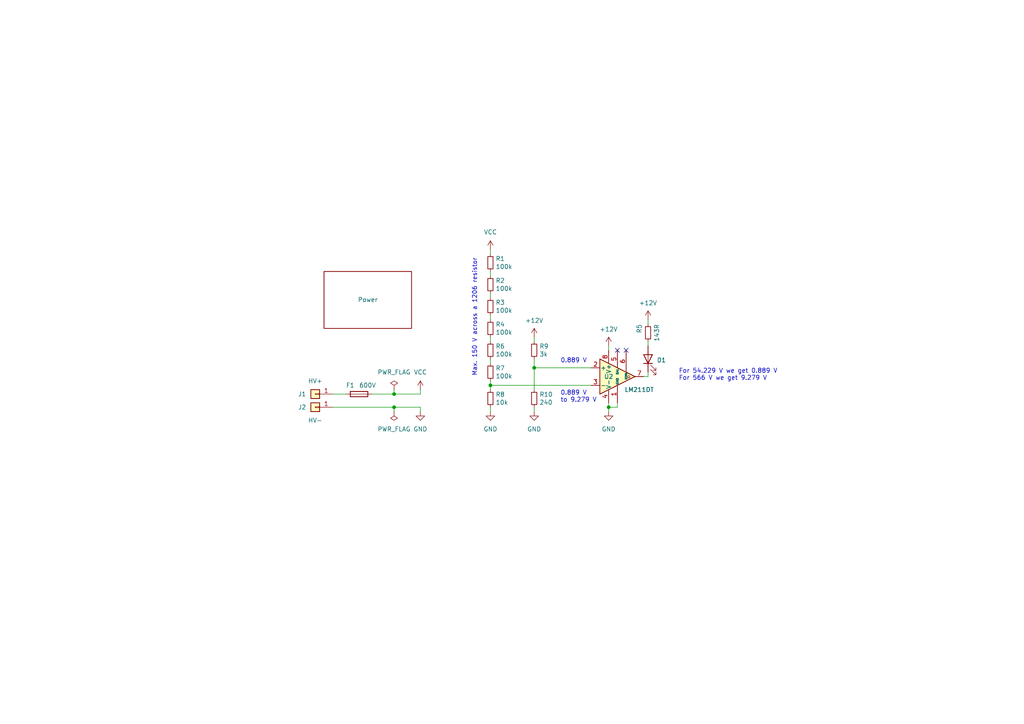
<source format=kicad_sch>
(kicad_sch (version 20230121) (generator eeschema)
  (paper "A4")
  (title_block (title "Voltage Indicator") (date "2023-03-25"))
  (lib_symbols
    (symbol "Comparator:LM311" (pin_names (offset 0.127))
      (property "Reference" "U" (at 3.81 6.35 0))
      (property "Value" "LM311" (at 3.81 3.81 0))
      (symbol "LM311_0_1"
        (polyline (pts (xy 5.08 0) (xy -5.08 5.08) (xy -5.08 -5.08) (xy 5.08 0)) (stroke (width 0.254)) (fill (type background)))
        (polyline (pts (xy 3.683 -0.381) (xy 3.302 -0.381) (xy 3.683 0) (xy 3.302 0.381) (xy 2.921 0) (xy 3.302 -0.381) (xy 2.921 -0.381)) (stroke (width 0.127)))
      )
      (symbol "LM311_1_1"
        (pin passive line (at 0 -7.62 90) (length 5.08) (name "GND") (number "1"))
        (pin input line (at -7.62 2.54 0) (length 2.54) (name "+") (number "2"))
        (pin input line (at -7.62 -2.54 0) (length 2.54) (name "-") (number "3"))
        (pin power_in line (at -2.54 -7.62 90) (length 3.81) (name "V-") (number "4"))
        (pin input line (at 0 7.62 270) (length 5.08) (name "BAL") (number "5"))
        (pin input line (at 2.54 7.62 270) (length 6.35) (name "STRB") (number "6"))
        (pin open_collector line (at 7.62 0 180) (length 2.54) (name "~") (number "7"))
        (pin power_in line (at -2.54 7.62 270) (length 3.81) (name "V+") (number "8"))
      )
    )
    (symbol "Connector_Generic:Conn_01x01" (pin_names (offset 1.016) hide)
      (property "Reference" "J" (at 0 2.54 0))
      (property "Value" "Conn_01x01" (at 0 -2.54 0))
      (symbol "Conn_01x01_1_1"
        (rectangle (start -1.27 0.127) (end 0 -0.127) (stroke (width 0.1524)))
        (rectangle (start -1.27 1.27) (end 1.27 -1.27) (stroke (width 0.254)) (fill (type background)))
        (pin passive line (at -5.08 0 0) (length 3.81) (name "Pin_1") (number "1"))
      )
    )
    (symbol "Device:Fuse" (pin_numbers hide) (pin_names (offset 0))
      (property "Reference" "F" (at 2.032 0 90))
      (property "Value" "Fuse" (at -1.905 0 90))
      (symbol "Fuse_0_1"
        (rectangle (start -0.762 -2.54) (end 0.762 2.54) (stroke (width 0.254)))
        (polyline (pts (xy 0 2.54) (xy 0 -2.54)))
      )
      (symbol "Fuse_1_1"
        (pin passive line (at 0 3.81 270) (length 1.27) (name "~") (number "1"))
        (pin passive line (at 0 -3.81 90) (length 1.27) (name "~") (number "2"))
      )
    )
    (symbol "Device:LED" (pin_numbers hide) (pin_names (offset 1.016) hide)
      (property "Reference" "D" (at 0 2.54 0))
      (property "Value" "LED" (at 0 -2.54 0))
      (symbol "LED_0_1"
        (polyline (pts (xy -1.27 -1.27) (xy -1.27 1.27)) (stroke (width 0.254)))
        (polyline (pts (xy -1.27 0) (xy 1.27 0)))
        (polyline (pts (xy 1.27 -1.27) (xy 1.27 1.27) (xy -1.27 0) (xy 1.27 -1.27)) (stroke (width 0.254)))
        (polyline (pts (xy -3.048 -0.762) (xy -4.572 -2.286) (xy -3.81 -2.286) (xy -4.572 -2.286) (xy -4.572 -1.524)))
        (polyline (pts (xy -1.778 -0.762) (xy -3.302 -2.286) (xy -2.54 -2.286) (xy -3.302 -2.286) (xy -3.302 -1.524)))
      )
      (symbol "LED_1_1"
        (pin passive line (at -3.81 0 0) (length 2.54) (name "K") (number "1"))
        (pin passive line (at 3.81 0 180) (length 2.54) (name "A") (number "2"))
      )
    )
    (symbol "Device:R_Small" (pin_numbers hide) (pin_names (offset 0.254) hide)
      (property "Reference" "R" (at 0.762 0.508 0))
      (property "Value" "R_Small" (at 0.762 -1.016 0))
      (symbol "R_Small_0_1"
        (rectangle (start -0.762 1.778) (end 0.762 -1.778) (stroke (width 0.2032)))
      )
      (symbol "R_Small_1_1"
        (pin passive line (at 0 2.54 270) (length 0.762) (name "~") (number "1"))
        (pin passive line (at 0 -2.54 90) (length 0.762) (name "~") (number "2"))
      )
    )
    (symbol "power:+12V" (power) (pin_names (offset 0))
      (property "Value" "+12V" (at 0 3.556 0))
      (symbol "+12V_0_1"
        (polyline (pts (xy -0.762 1.27) (xy 0 2.54)))
        (polyline (pts (xy 0 0) (xy 0 2.54)))
        (polyline (pts (xy 0 2.54) (xy 0.762 1.27)))
      )
      (symbol "+12V_1_1"
        (pin power_in line (at 0 0 90) (length 0) hide (name "+12V") (number "1"))
      )
    )
    (symbol "power:GND" (power) (pin_names (offset 0))
      (property "Value" "GND" (at 0 -3.81 0))
      (symbol "GND_0_1"
        (polyline (pts (xy 0 0) (xy 0 -1.27) (xy 1.27 -1.27) (xy 0 -2.54) (xy -1.27 -1.27) (xy 0 -1.27)))
      )
      (symbol "GND_1_1"
        (pin power_in line (at 0 0 270) (length 0) hide (name "GND") (number "1"))
      )
    )
    (symbol "power:PWR_FLAG" (power) (pin_numbers hide) (pin_names (offset 0) hide)
      (property "Value" "PWR_FLAG" (at 0 3.81 0))
      (symbol "PWR_FLAG_0_0"
        (pin power_out line (at 0 0 90) (length 0) (name "pwr") (number "1"))
      )
      (symbol "PWR_FLAG_0_1"
        (polyline (pts (xy 0 0) (xy 0 1.27) (xy -1.016 1.905) (xy 0 2.54) (xy 1.016 1.905) (xy 0 1.27)))
      )
    )
    (symbol "power:VCC" (power) (pin_names (offset 0))
      (property "Value" "VCC" (at 0 3.81 0))
      (symbol "VCC_0_1"
        (polyline (pts (xy -0.762 1.27) (xy 0 2.54)))
        (polyline (pts (xy 0 0) (xy 0 2.54)))
        (polyline (pts (xy 0 2.54) (xy 0.762 1.27)))
      )
      (symbol "VCC_1_1"
        (pin power_in line (at 0 0 90) (length 0) hide (name "VCC") (number "1"))
      )
    )
  )
  (junction (at 154.94 106.68))
  (junction (at 114.3 114.3))
  (junction (at 176.53 118.11))
  (junction (at 114.3 118.11))
  (junction (at 142.24 111.76))
  (no_connect (at 179.07 101.6))
  (no_connect (at 181.61 101.6))
  (wire (pts (xy 96.52 118.11) (xy 114.3 118.11)))
  (wire (pts (xy 121.92 118.11) (xy 114.3 118.11)))
  (wire (pts (xy 121.92 118.11) (xy 121.92 119.38)))
  (wire (pts (xy 187.96 99.06) (xy 187.96 100.33)))
  (wire (pts (xy 142.24 85.09) (xy 142.24 86.36)))
  (wire (pts (xy 179.07 118.11) (xy 176.53 118.11)))
  (wire (pts (xy 176.53 116.84) (xy 176.53 118.11)))
  (wire (pts (xy 142.24 72.39) (xy 142.24 73.66)))
  (wire (pts (xy 154.94 104.14) (xy 154.94 106.68)))
  (wire (pts (xy 142.24 110.49) (xy 142.24 111.76)))
  (wire (pts (xy 142.24 91.44) (xy 142.24 92.71)))
  (wire (pts (xy 121.92 113.03) (xy 121.92 114.3)))
  (wire (pts (xy 107.95 114.3) (xy 114.3 114.3)))
  (wire (pts (xy 114.3 119.38) (xy 114.3 118.11)))
  (wire (pts (xy 186.69 109.22) (xy 187.96 109.22)))
  (wire (pts (xy 187.96 107.95) (xy 187.96 109.22)))
  (wire (pts (xy 142.24 118.11) (xy 142.24 119.38)))
  (wire (pts (xy 154.94 106.68) (xy 154.94 113.03)))
  (wire (pts (xy 154.94 118.11) (xy 154.94 119.38)))
  (wire (pts (xy 176.53 100.33) (xy 176.53 101.6)))
  (wire (pts (xy 142.24 111.76) (xy 171.45 111.76)))
  (wire (pts (xy 100.33 114.3) (xy 96.52 114.3)))
  (wire (pts (xy 176.53 118.11) (xy 176.53 119.38)))
  (wire (pts (xy 154.94 97.79) (xy 154.94 99.06)))
  (wire (pts (xy 142.24 78.74) (xy 142.24 80.01)))
  (wire (pts (xy 142.24 97.79) (xy 142.24 99.06)))
  (wire (pts (xy 187.96 92.71) (xy 187.96 93.98)))
  (wire (pts (xy 142.24 111.76) (xy 142.24 113.03)))
  (wire (pts (xy 114.3 113.03) (xy 114.3 114.3)))
  (wire (pts (xy 179.07 116.84) (xy 179.07 118.11)))
  (wire (pts (xy 121.92 114.3) (xy 114.3 114.3)))
  (wire (pts (xy 142.24 104.14) (xy 142.24 105.41)))
  (wire (pts (xy 154.94 106.68) (xy 171.45 106.68)))
  (text "For 54.229 V we get 0.889 V\nFor 566 V we get 9.279 V" (at 196.85 110.49 0) (effects (font (size 1.27 1.27)) (justify left bottom)))
  (text "0.889 V\n" (at 162.56 105.41 0) (effects (font (size 1.27 1.27)) (justify left bottom)))
  (text "Max. 150 V across a 1206 resistor" (at 138.43 109.22 90) (effects (font (size 1.27 1.27)) (justify left bottom)))
  (text "0.889 V\nto 9.279 V\n" (at 162.56 116.84 0) (effects (font (size 1.27 1.27)) (justify left bottom)))
  (symbol (lib_id "Device:R_Small") (at 142.24 115.57 180) (unit 1)
    (property "Reference" "R8" (at 143.7386 114.4016 0) (effects (justify right)))
    (property "Value" "10k" (at 143.7386 116.713 0) (effects (justify right)))
    (property "Footprint" "Resistor_SMD:R_1206_3216Metric" (effects hide))
  )
  (symbol (lib_id "Device:R_Small") (at 142.24 88.9 180) (unit 1)
    (property "Reference" "R3" (at 143.7386 87.7316 0) (effects (justify right)))
    (property "Value" "100k" (at 143.7386 90.043 0) (effects (justify right)))
    (property "Footprint" "Resistor_SMD:R_1206_3216Metric" (effects hide))
  )
  (symbol (lib_id "power:GND") (at 121.92 119.38 0) (mirror y) (unit 1)
    (property "Reference" "#PWR06" (effects hide))
    (property "Value" "GND" (at 121.92 124.46 0))
  )
  (symbol (lib_id "Device:Fuse") (at 104.14 114.3 270) (mirror x) (unit 1)
    (property "Reference" "F1" (at 100.3301 111.76 90) (effects (justify left)))
    (property "Value" "600V" (at 104.1401 111.76 90) (effects (justify left)))
    (property "Footprint" "vindicator:01020071Z-FUSE-CLIP" (effects hide))
    (property "Datasheet" "https://www.mouser.pl/datasheet/2/240/Littelfuse_Fuse_Clip_102_122_Datasheet.pdf-474311.pdf" (effects hide))
  )
  (symbol (lib_id "power:PWR_FLAG") (at 114.3 113.03 0) (unit 1)
    (property "Reference" "#FLG01" (effects hide))
    (property "Value" "PWR_FLAG" (at 114.3 107.95 0))
  )
  (symbol (lib_id "power:GND") (at 154.94 119.38 0) (unit 1)
    (property "Reference" "#PWR08" (effects hide))
    (property "Value" "GND" (at 154.94 124.46 0))
  )
  (symbol (lib_id "Device:R_Small") (at 154.94 115.57 180) (unit 1)
    (property "Reference" "R10" (at 156.4386 114.4016 0) (effects (justify right)))
    (property "Value" "240" (at 156.4386 116.713 0) (effects (justify right)))
    (property "Footprint" "Resistor_SMD:R_0603_1608Metric" (effects hide))
  )
  (symbol (lib_id "Device:R_Small") (at 142.24 82.55 180) (unit 1)
    (property "Reference" "R2" (at 143.7386 81.3816 0) (effects (justify right)))
    (property "Value" "100k" (at 143.7386 83.693 0) (effects (justify right)))
    (property "Footprint" "Resistor_SMD:R_1206_3216Metric" (effects hide))
  )
  (symbol (lib_id "Device:R_Small") (at 154.94 101.6 180) (unit 1)
    (property "Reference" "R9" (at 156.4386 100.4316 0) (effects (justify right)))
    (property "Value" "3k" (at 156.4386 102.743 0) (effects (justify right)))
    (property "Footprint" "Resistor_SMD:R_0603_1608Metric" (effects hide))
  )
  (symbol (lib_id "power:VCC") (at 142.24 72.39 0) (unit 1)
    (property "Reference" "#PWR0102" (effects hide))
    (property "Value" "VCC" (at 142.24 67.31 0))
  )
  (symbol (lib_id "power:GND") (at 176.53 119.38 0) (unit 1)
    (property "Reference" "#PWR09" (effects hide))
    (property "Value" "GND" (at 176.53 124.46 0))
  )
  (symbol (lib_id "power:+12V") (at 154.94 97.79 0) (unit 1)
    (property "Reference" "#PWR03" (effects hide))
    (property "Value" "+12V" (at 154.94 92.964 0))
  )
  (symbol (lib_id "Device:R_Small") (at 187.96 96.52 0) (unit 1)
    (property "Reference" "R5" (at 185.42 93.98 90) (effects (justify right)))
    (property "Value" "143R" (at 190.5 93.98 90) (effects (justify right)))
    (property "Footprint" "Resistor_SMD:R_0603_1608Metric" (effects hide))
  )
  (symbol (lib_id "Device:LED") (at 187.96 104.14 90) (unit 1)
    (property "Reference" "D1" (at 190.5 104.4574 90) (effects (justify right)))
    (property "Value" "Red" (effects hide))
    (property "Footprint" "LED_THT:LED_D5.0mm" (effects hide))
    (property "Datasheet" "https://www.tme.eu/Document/28494d87060816d09613608d467044ae/TLHx520x-DTE.pdf" (effects hide))
  )
  (symbol (lib_id "Device:R_Small") (at 142.24 76.2 180) (unit 1)
    (property "Reference" "R1" (at 143.7386 75.0316 0) (effects (justify right)))
    (property "Value" "100k" (at 143.7386 77.343 0) (effects (justify right)))
    (property "Footprint" "Resistor_SMD:R_1206_3216Metric" (effects hide))
  )
  (symbol (lib_id "power:+12V") (at 176.53 100.33 0) (unit 1)
    (property "Reference" "#PWR04" (effects hide))
    (property "Value" "+12V" (at 176.53 95.504 0))
  )
  (symbol (lib_id "Comparator:LM311") (at 179.07 109.22 0) (unit 1)
    (property "Reference" "U2" (at 176.53 109.22 0))
    (property "Value" "LM211DT" (at 185.42 113.03 0))
    (property "Footprint" "Package_SO:SO-8_3.9x4.9mm_P1.27mm" (effects hide))
    (property "Datasheet" "https://www.st.com/resource/en/datasheet/lm311.pdf" (effects hide))
    (property "Description" "STMicroelectronics LM211DT Comparator, TTL O/P, 200ns 5 V 8-Pin SOIC" (effects hide))
    (property "Height" "1.75" (effects hide))
    (property "Mouser Part Number" "511-LM211DT" (effects hide))
    (property "Mouser Price/Stock" "https://www.mouser.co.uk/ProductDetail/STMicroelectronics/LM211DT?qs=2xk3SHepj8WFV%2F9C0Djvjw%3D%3D" (effects hide))
    (property "Manufacturer_Name" "STMicroelectronics" (effects hide))
    (property "Manufacturer_Part_Number" "LM211DT" (effects hide))
  )
  (symbol (lib_id "power:GND") (at 142.24 119.38 0) (unit 1)
    (property "Reference" "#PWR07" (effects hide))
    (property "Value" "GND" (at 142.24 124.46 0))
  )
  (symbol (lib_id "Device:R_Small") (at 142.24 95.25 180) (unit 1)
    (property "Reference" "R4" (at 143.7386 94.0816 0) (effects (justify right)))
    (property "Value" "100k" (at 143.7386 96.393 0) (effects (justify right)))
    (property "Footprint" "Resistor_SMD:R_1206_3216Metric" (effects hide))
  )
  (symbol (lib_id "Connector_Generic:Conn_01x01") (at 91.44 118.11 0) (mirror y) (unit 1)
    (property "Reference" "J2" (at 87.63 118.11 0))
    (property "Value" "HV-" (at 91.44 121.92 0))
    (property "Footprint" "Connector_Wire:SolderWire-0.5sqmm_1x01_D0.9mm_OD2.1mm_Relief" (effects hide))
  )
  (symbol (lib_id "power:VCC") (at 121.92 113.03 0) (mirror y) (unit 1)
    (property "Reference" "#PWR0101" (effects hide))
    (property "Value" "VCC" (at 121.92 107.95 0))
  )
  (symbol (lib_id "power:+12V") (at 187.96 92.71 0) (unit 1)
    (property "Reference" "#PWR02" (effects hide))
    (property "Value" "+12V" (at 187.96 87.884 0))
  )
  (symbol (lib_id "power:PWR_FLAG") (at 114.3 119.38 180) (unit 1)
    (property "Reference" "#FLG02" (effects hide))
    (property "Value" "PWR_FLAG" (at 114.3 124.46 0))
  )
  (symbol (lib_id "Device:R_Small") (at 142.24 107.95 180) (unit 1)
    (property "Reference" "R7" (at 143.7386 106.7816 0) (effects (justify right)))
    (property "Value" "100k" (at 143.7386 109.093 0) (effects (justify right)))
    (property "Footprint" "Resistor_SMD:R_1206_3216Metric" (effects hide))
  )
  (symbol (lib_id "Device:R_Small") (at 142.24 101.6 180) (unit 1)
    (property "Reference" "R6" (at 143.7386 100.4316 0) (effects (justify right)))
    (property "Value" "100k" (at 143.7386 102.743 0) (effects (justify right)))
    (property "Footprint" "Resistor_SMD:R_1206_3216Metric" (effects hide))
  )
  (symbol (lib_id "Connector_Generic:Conn_01x01") (at 91.44 114.3 0) (mirror y) (unit 1)
    (property "Reference" "J1" (at 87.63 114.3 0))
    (property "Value" "HV+" (at 91.44 110.49 0))
    (property "Footprint" "Connector_Wire:SolderWire-0.5sqmm_1x01_D0.9mm_OD2.1mm_Relief" (effects hide))
  )
  (sheet (at 93.98 78.74) (size 25.4 16.51) (stroke (width 0.1524))
    (property "Sheetname" "Power" (at 106.68 86.9184 0))
    (property "Sheetfile" "power.kicad_sch" (effects hide))
  )
)
</source>
